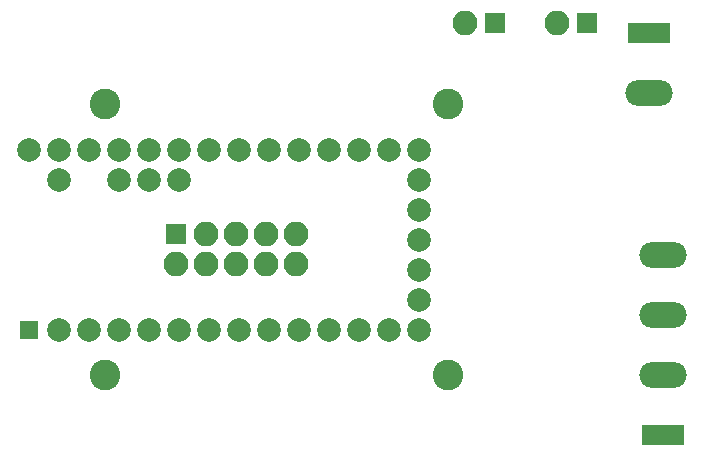
<source format=gbs>
G04 #@! TF.GenerationSoftware,KiCad,Pcbnew,5.0.0-rc2-unknown-2cb65f9~65~ubuntu17.10.1*
G04 #@! TF.CreationDate,2018-06-03T21:59:00-07:00*
G04 #@! TF.ProjectId,led_controller,6C65645F636F6E74726F6C6C65722E6B,rev?*
G04 #@! TF.SameCoordinates,Original*
G04 #@! TF.FileFunction,Soldermask,Bot*
G04 #@! TF.FilePolarity,Negative*
%FSLAX46Y46*%
G04 Gerber Fmt 4.6, Leading zero omitted, Abs format (unit mm)*
G04 Created by KiCad (PCBNEW 5.0.0-rc2-unknown-2cb65f9~65~ubuntu17.10.1) date Sun Jun  3 21:59:00 2018*
%MOMM*%
%LPD*%
G01*
G04 APERTURE LIST*
%ADD10C,2.600000*%
%ADD11R,3.600000X1.800000*%
%ADD12O,4.000000X2.200000*%
%ADD13R,1.700000X1.700000*%
%ADD14O,2.100000X2.100000*%
%ADD15C,2.000000*%
%ADD16R,1.600000X1.600000*%
G04 APERTURE END LIST*
D10*
G04 #@! TO.C,MK3*
X109000000Y-109000000D03*
G04 #@! TD*
G04 #@! TO.C,MK4*
X109000000Y-132000000D03*
G04 #@! TD*
G04 #@! TO.C,MK1*
X138000000Y-132000000D03*
G04 #@! TD*
G04 #@! TO.C,MK2*
X138000000Y-109000000D03*
G04 #@! TD*
D11*
G04 #@! TO.C,J1*
X155000000Y-103000000D03*
D12*
X155000000Y-108080000D03*
G04 #@! TD*
D11*
G04 #@! TO.C,J10*
X156210000Y-137000000D03*
D12*
X156210000Y-131920000D03*
X156210000Y-126840000D03*
X156210000Y-121760000D03*
G04 #@! TD*
D13*
G04 #@! TO.C,J6*
X115000000Y-120000000D03*
D14*
X115000000Y-122540000D03*
X117540000Y-120000000D03*
X117540000Y-122540000D03*
X120080000Y-120000000D03*
X120080000Y-122540000D03*
X122620000Y-120000000D03*
X122620000Y-122540000D03*
X125160000Y-120000000D03*
X125160000Y-122540000D03*
G04 #@! TD*
D13*
G04 #@! TO.C,SW5*
X149800000Y-102200000D03*
D14*
X147260000Y-102200000D03*
G04 #@! TD*
D15*
G04 #@! TO.C,U2*
X135510000Y-120500000D03*
X135510000Y-117960000D03*
X135510000Y-115420001D03*
X135510000Y-112880000D03*
X135510000Y-123040000D03*
X135510000Y-125579999D03*
X135510000Y-128120000D03*
X132970000Y-112880000D03*
X130430000Y-112880000D03*
X127890000Y-112880000D03*
X125350000Y-112880000D03*
X122810000Y-112880000D03*
X120270000Y-112880000D03*
X117730000Y-112880000D03*
X115190000Y-112880000D03*
X112650000Y-112880000D03*
X110110000Y-112880000D03*
X107570000Y-112880000D03*
X105030000Y-112880000D03*
X102490000Y-112880000D03*
X105030000Y-115420000D03*
X110110000Y-115420000D03*
X112649999Y-115420000D03*
X115190000Y-115420000D03*
X132970000Y-128120000D03*
X130430000Y-128120000D03*
X127890000Y-128120000D03*
X125350000Y-128120000D03*
X122810000Y-128120000D03*
X120270000Y-128120000D03*
X117730000Y-128120000D03*
X115190000Y-128120000D03*
X112650000Y-128120000D03*
X110110000Y-128120000D03*
X107570000Y-128120000D03*
X105030000Y-128120000D03*
D16*
X102490000Y-128120000D03*
G04 #@! TD*
D14*
G04 #@! TO.C,J8*
X139460000Y-102200000D03*
D13*
X142000000Y-102200000D03*
G04 #@! TD*
M02*

</source>
